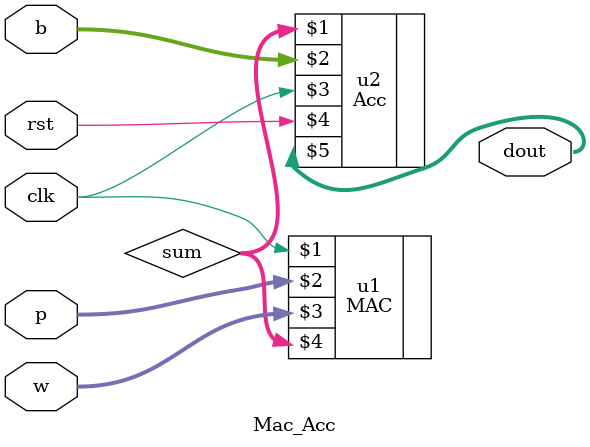
<source format=v>
`timescale 1ns / 1ps


module Mac_Acc(
    input clk,
    input rst,
    input[127:0] p,
    input[127:0] w,
    input[7:0] b,
    output[21:0] dout
    );
    //reg[19:0] sum;
    wire[19:0] sum;

    MAC u1(clk,p,w,sum);
    Acc u2(sum,b,clk,rst,dout);
    
    
    
endmodule

</source>
